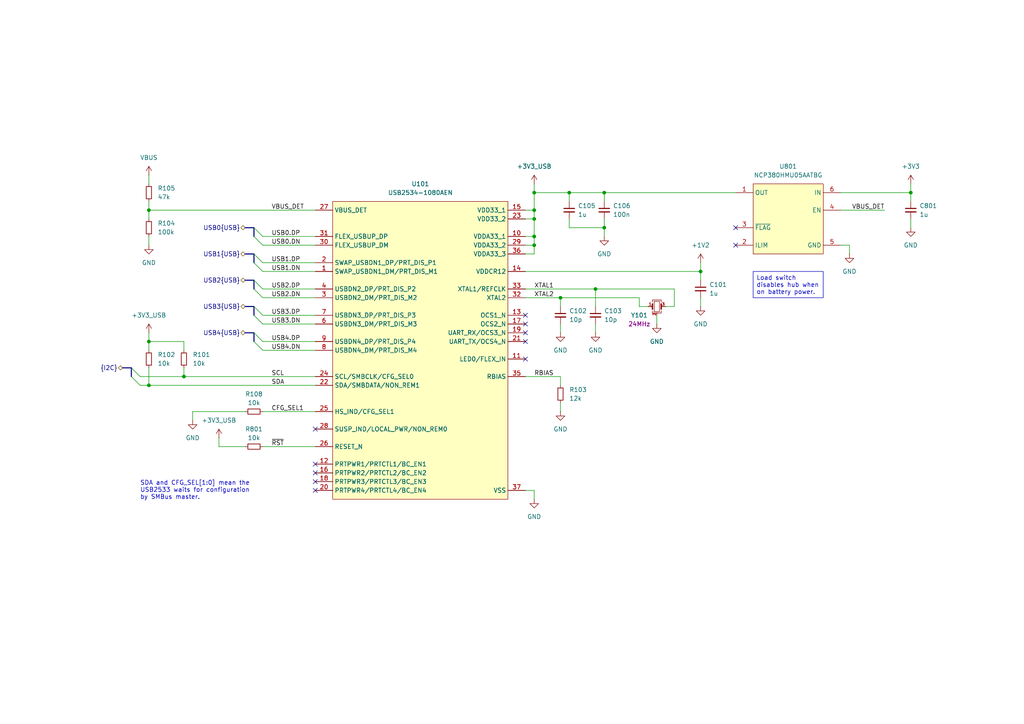
<source format=kicad_sch>
(kicad_sch (version 20250114) (generator "eeschema") (generator_version "9.0")
  (paper "A4")
  (lib_symbols
    (symbol "DEV:C_SMALL" (pin_numbers (hide yes)) (pin_names (offset 0.254) (hide yes))
      (property "Reference" "C" (at 0.254 1.778 0))
      (property "Value" "SMALL" (at 0.254 -2.032 0))
      (symbol "C_SMALL_0_1"
        (polyline (pts (xy -1.524 0.508) (xy 1.524 0.508)) (stroke (width 0.3048)))
        (polyline (pts (xy -1.524 -0.508) (xy 1.524 -0.508)) (stroke (width 0.3302)))
      )
      (symbol "C_SMALL_1_1"
        (pin passive line (at 0 2.54 270) (length 2.032) (name "~") (number "1"))
        (pin passive line (at 0 -2.54 90) (length 2.032) (name "~") (number "2"))
      )
    )
    (symbol "DEV:R_SMALL" (pin_numbers (hide yes)) (pin_names (offset 0.254) (hide yes))
      (property "Reference" "R" (at 0 0 90))
      (property "Value" "R_SMALL" (at 1.778 0 90))
      (symbol "R_SMALL_0_1"
        (rectangle (start -0.762 1.778) (end 0.762 -1.778) (stroke (width 0.2032)))
      )
      (symbol "R_SMALL_1_1"
        (pin passive line (at 0 2.54 270) (length 0.762) (name "~") (number "1"))
        (pin passive line (at 0 -2.54 90) (length 0.762) (name "~") (number "2"))
      )
    )
    (symbol "Device:Crystal_GND24_Small" (pin_names (offset 1.016) (hide yes))
      (property "Reference" "Y" (at 1.27 4.445 0))
      (property "Value" "Crystal_GND24_Small" (at 1.27 2.54 0))
      (symbol "Crystal_GND24_Small_0_1"
        (polyline (pts (xy -1.27 1.27) (xy -1.27 1.905) (xy 1.27 1.905) (xy 1.27 1.27)))
        (polyline (pts (xy -1.27 -0.762) (xy -1.27 0.762)) (stroke (width 0.381)))
        (polyline (pts (xy -1.27 -1.27) (xy -1.27 -1.905) (xy 1.27 -1.905) (xy 1.27 -1.27)))
        (rectangle (start -0.762 -1.524) (end 0.762 1.524))
        (polyline (pts (xy 1.27 -0.762) (xy 1.27 0.762)) (stroke (width 0.381)))
      )
      (symbol "Crystal_GND24_Small_1_1"
        (pin passive line (at -2.54 0 0) (length 1.27) (name "1") (number "1"))
        (pin passive line (at 0 -2.54 90) (length 0.635) (name "G") (number "2"))
        (pin passive line (at 0 -2.54 90) (length 0.635) (hide yes) (name "G") (number "4"))
        (pin passive line (at 2.54 0 180) (length 1.27) (name "3") (number "3"))
      )
    )
    (symbol "PWR-SWCH:NCP380HMU05AATBG"
      (property "Reference" "U" (at 0 5.08 0))
      (property "Value" "NCP380HMU05AATBG" (at 0 2.54 0))
      (symbol "NCP380HMU05AATBG_1_1"
        (rectangle (start -10.16 0) (end 10.16 -20.32) (fill (type background)))
        (pin power_in line (at -15.24 -2.54 0) (length 5.08) (name "IN") (number "6"))
        (pin passive line (at -15.24 -7.62 0) (length 5.08) (name "EN") (number "4"))
        (pin passive line (at -15.24 -17.78 0) (length 5.08) (name "GND") (number "5"))
        (pin passive line (at -15.24 -17.78 0) (length 5.08) (hide yes) (name "GND") (number "7"))
        (pin power_out line (at 15.24 -2.54 180) (length 5.08) (name "OUT") (number "1"))
        (pin passive line (at 15.24 -12.7 180) (length 5.08) (name "~{FLAG}") (number "3"))
        (pin passive line (at 15.24 -17.78 180) (length 5.08) (name "ILIM") (number "2"))
      )
    )
    (symbol "PWR-SYM:+3V3_USB" (power) (pin_numbers (hide yes)) (pin_names (offset 0) (hide yes))
      (property "Value" "+3V3_USB" (at 0 3.556 0))
      (symbol "+3V3_USB_0_1"
        (polyline (pts (xy -0.762 1.27) (xy 0 2.54)))
        (polyline (pts (xy 0 2.54) (xy 0.762 1.27)))
        (polyline (pts (xy 0 0) (xy 0 2.54)))
      )
      (symbol "+3V3_USB_1_1"
        (pin power_in line (at 0 0 90) (length 0) (name "~") (number "1"))
      )
    )
    (symbol "USB-INTF:USB2534-1080AEN"
      (property "Reference" "U" (at 0 5.08 0))
      (property "Value" "USB2534-1080AEN" (at 0 2.54 0))
      (symbol "USB2534-1080AEN_1_1"
        (rectangle (start -25.4 0) (end 25.4 -86.36) (fill (type background)))
        (pin input line (at -30.48 -2.54 0) (length 5.08) (name "VBUS_DET") (number "27"))
        (pin bidirectional line (at -30.48 -10.16 0) (length 5.08) (name "FLEX_USBUP_DP") (number "31"))
        (pin bidirectional line (at -30.48 -12.7 0) (length 5.08) (name "FLEX_USBUP_DM") (number "30"))
        (pin bidirectional line (at -30.48 -17.78 0) (length 5.08) (name "SWAP_USBDN1_DP/PRT_DIS_P1") (number "2"))
        (pin bidirectional line (at -30.48 -20.32 0) (length 5.08) (name "SWAP_USBDN1_DM/PRT_DIS_M1") (number "1"))
        (pin bidirectional line (at -30.48 -25.4 0) (length 5.08) (name "USBDN2_DP/PRT_DIS_P2") (number "4"))
        (pin bidirectional line (at -30.48 -27.94 0) (length 5.08) (name "USBDN2_DM/PRT_DIS_M2") (number "3"))
        (pin bidirectional line (at -30.48 -33.02 0) (length 5.08) (name "USBDN3_DP/PRT_DIS_P3") (number "7"))
        (pin bidirectional line (at -30.48 -35.56 0) (length 5.08) (name "USBDN3_DM/PRT_DIS_M3") (number "6"))
        (pin bidirectional line (at -30.48 -40.64 0) (length 5.08) (name "USBDN4_DP/PRT_DIS_P4") (number "9"))
        (pin bidirectional line (at -30.48 -43.18 0) (length 5.08) (name "USBDN4_DM/PRT_DIS_M4") (number "8"))
        (pin bidirectional line (at -30.48 -50.8 0) (length 5.08) (name "SCL/SMBCLK/CFG_SEL0") (number "24"))
        (pin bidirectional line (at -30.48 -53.34 0) (length 5.08) (name "SDA/SMBDATA/NON_REM1") (number "22"))
        (pin input line (at -30.48 -60.96 0) (length 5.08) (name "HS_IND/CFG_SEL1") (number "25"))
        (pin passive line (at -30.48 -66.04 0) (length 5.08) (name "SUSP_IND/LOCAL_PWR/NON_REM0") (number "28"))
        (pin input line (at -30.48 -71.12 0) (length 5.08) (name "RESET_N") (number "26"))
        (pin output line (at -30.48 -76.2 0) (length 5.08) (name "PRTPWR1/PRTCTL1/BC_EN1") (number "12"))
        (pin output line (at -30.48 -78.74 0) (length 5.08) (name "PRTPWR2/PRTCTL2/BC_EN2") (number "16"))
        (pin output line (at -30.48 -81.28 0) (length 5.08) (name "PRTPWR3/PRTCTL3/BC_EN3") (number "18"))
        (pin output line (at -30.48 -83.82 0) (length 5.08) (name "PRTPWR4/PRTCTL4/BC_EN4") (number "20"))
        (pin power_in line (at 30.48 -2.54 180) (length 5.08) (name "VDD33_1") (number "15"))
        (pin power_in line (at 30.48 -5.08 180) (length 5.08) (name "VDD33_2") (number "23"))
        (pin power_in line (at 30.48 -10.16 180) (length 5.08) (name "VDDA33_1") (number "10"))
        (pin power_in line (at 30.48 -12.7 180) (length 5.08) (name "VDDA33_2") (number "29"))
        (pin power_in line (at 30.48 -15.24 180) (length 5.08) (name "VDDA33_3") (number "36"))
        (pin power_in line (at 30.48 -20.32 180) (length 5.08) (name "VDDCR12") (number "14"))
        (pin passive line (at 30.48 -25.4 180) (length 5.08) (name "XTAL1/REFCLK") (number "33"))
        (pin passive line (at 30.48 -27.94 180) (length 5.08) (name "XTAL2") (number "32"))
        (pin input line (at 30.48 -33.02 180) (length 5.08) (name "OCS1_N") (number "13"))
        (pin input line (at 30.48 -35.56 180) (length 5.08) (name "OCS2_N") (number "17"))
        (pin bidirectional line (at 30.48 -38.1 180) (length 5.08) (name "UART_RX/OCS3_N") (number "19"))
        (pin bidirectional line (at 30.48 -40.64 180) (length 5.08) (name "UART_TX/OCS4_N") (number "21"))
        (pin input line (at 30.48 -45.72 180) (length 5.08) (name "LED0/FLEX_IN") (number "11"))
        (pin passive line (at 30.48 -50.8 180) (length 5.08) (name "RBIAS") (number "35"))
        (pin no_connect line (at 30.48 -55.88 180) (length 5.08) (hide yes) (name "NC_1") (number "5"))
        (pin no_connect line (at 30.48 -58.42 180) (length 5.08) (hide yes) (name "NC_2") (number "34"))
        (pin passive line (at 30.48 -83.82 180) (length 5.08) (name "VSS") (number "37"))
      )
    )
    (symbol "power:+1V2" (power) (pin_numbers (hide yes)) (pin_names (offset 0) (hide yes))
      (property "Value" "+1V2" (at 0 3.556 0))
      (symbol "+1V2_0_1"
        (polyline (pts (xy -0.762 1.27) (xy 0 2.54)))
        (polyline (pts (xy 0 2.54) (xy 0.762 1.27)))
        (polyline (pts (xy 0 0) (xy 0 2.54)))
      )
      (symbol "+1V2_1_1"
        (pin power_in line (at 0 0 90) (length 0) (name "~") (number "1"))
      )
    )
    (symbol "power:+3V3" (power) (pin_numbers (hide yes)) (pin_names (offset 0) (hide yes))
      (property "Value" "+3V3" (at 0 3.556 0))
      (symbol "+3V3_0_1"
        (polyline (pts (xy -0.762 1.27) (xy 0 2.54)))
        (polyline (pts (xy 0 2.54) (xy 0.762 1.27)))
        (polyline (pts (xy 0 0) (xy 0 2.54)))
      )
      (symbol "+3V3_1_1"
        (pin power_in line (at 0 0 90) (length 0) (name "~") (number "1"))
      )
    )
    (symbol "power:GND" (power) (pin_numbers (hide yes)) (pin_names (offset 0) (hide yes))
      (property "Value" "GND" (at 0 -3.81 0))
      (symbol "GND_0_1"
        (polyline (pts (xy 0 0) (xy 0 -1.27) (xy 1.27 -1.27) (xy 0 -2.54) (xy -1.27 -1.27) (xy 0 -1.27)))
      )
      (symbol "GND_1_1"
        (pin power_in line (at 0 0 270) (length 0) (name "~") (number "1"))
      )
    )
    (symbol "power:VBUS" (power) (pin_numbers (hide yes)) (pin_names (offset 0) (hide yes))
      (property "Value" "VBUS" (at 0 3.556 0))
      (symbol "VBUS_0_1"
        (polyline (pts (xy -0.762 1.27) (xy 0 2.54)))
        (polyline (pts (xy 0 2.54) (xy 0.762 1.27)))
        (polyline (pts (xy 0 0) (xy 0 2.54)))
      )
      (symbol "VBUS_1_1"
        (pin power_in line (at 0 0 90) (length 0) (name "~") (number "1"))
      )
    )
  )
  (text "SDA and CFG_SEL[1:0] mean the\nUSB2533 waits for configuration\nby SMBus master." (at 40.64 142.24 0) (effects (font (size 1.27 1.27)) (justify left)))
  (text_box "Load switch disables hub when on battery power." (at 218.44 78.74 0) (size 20.32 7.62) (margins 0.9525 0.9525 0.9525 0.9525) (effects (font (size 1.27 1.27)) (justify left)))
  (junction (at 154.94 63.5))
  (junction (at 175.26 66.04))
  (junction (at 172.72 83.82))
  (junction (at 154.94 60.96))
  (junction (at 264.16 55.88))
  (junction (at 43.18 111.76))
  (junction (at 43.18 99.06))
  (junction (at 154.94 71.12))
  (junction (at 162.56 86.36))
  (junction (at 154.94 55.88))
  (junction (at 165.1 55.88))
  (junction (at 53.34 109.22))
  (junction (at 154.94 68.58))
  (junction (at 203.2 78.74))
  (junction (at 43.18 60.96))
  (junction (at 175.26 55.88))
  (no_connect (at 213.36 71.12))
  (no_connect (at 152.4 91.44))
  (no_connect (at 91.44 124.46))
  (no_connect (at 152.4 96.52))
  (no_connect (at 213.36 66.04))
  (no_connect (at 152.4 99.06))
  (no_connect (at 152.4 93.98))
  (no_connect (at 91.44 139.7))
  (no_connect (at 152.4 104.14))
  (no_connect (at 91.44 142.24))
  (no_connect (at 91.44 137.16))
  (no_connect (at 91.44 134.62))
  (bus_entry (at 73.66 96.52) (size 2.54 2.54))
  (bus_entry (at 73.66 91.44) (size 2.54 2.54))
  (bus_entry (at 38.1 106.68) (size 2.54 2.54))
  (bus_entry (at 73.66 83.82) (size 2.54 2.54))
  (bus_entry (at 73.66 88.9) (size 2.54 2.54))
  (bus_entry (at 73.66 76.2) (size 2.54 2.54))
  (bus_entry (at 73.66 66.04) (size 2.54 2.54))
  (bus_entry (at 73.66 99.06) (size 2.54 2.54))
  (bus_entry (at 73.66 73.66) (size 2.54 2.54))
  (bus_entry (at 73.66 81.28) (size 2.54 2.54))
  (bus_entry (at 38.1 109.22) (size 2.54 2.54))
  (bus_entry (at 73.66 68.58) (size 2.54 2.54))
  (wire (pts (xy 152.4 68.58) (xy 154.94 68.58)))
  (wire (pts (xy 76.2 93.98) (xy 91.44 93.98)))
  (wire (pts (xy 165.1 55.88) (xy 175.26 55.88)))
  (wire (pts (xy 76.2 71.12) (xy 91.44 71.12)))
  (wire (pts (xy 175.26 68.58) (xy 175.26 66.04)))
  (wire (pts (xy 154.94 53.34) (xy 154.94 55.88)))
  (wire (pts (xy 195.58 88.9) (xy 193.04 88.9)))
  (wire (pts (xy 43.18 96.52) (xy 43.18 99.06)))
  (bus (pts (xy 73.66 96.52) (xy 73.66 99.06)))
  (wire (pts (xy 165.1 66.04) (xy 175.26 66.04)))
  (wire (pts (xy 162.56 111.76) (xy 162.56 109.22)))
  (wire (pts (xy 76.2 86.36) (xy 91.44 86.36)))
  (wire (pts (xy 40.64 111.76) (xy 43.18 111.76)))
  (wire (pts (xy 43.18 71.12) (xy 43.18 68.58)))
  (wire (pts (xy 152.4 142.24) (xy 154.94 142.24)))
  (wire (pts (xy 76.2 91.44) (xy 91.44 91.44)))
  (wire (pts (xy 172.72 93.98) (xy 172.72 96.52)))
  (wire (pts (xy 162.56 93.98) (xy 162.56 96.52)))
  (wire (pts (xy 162.56 86.36) (xy 185.42 86.36)))
  (bus (pts (xy 38.1 106.68) (xy 38.1 109.22)))
  (wire (pts (xy 76.2 119.38) (xy 91.44 119.38)))
  (wire (pts (xy 76.2 76.2) (xy 91.44 76.2)))
  (wire (pts (xy 172.72 83.82) (xy 172.72 88.9)))
  (wire (pts (xy 53.34 109.22) (xy 91.44 109.22)))
  (wire (pts (xy 76.2 129.54) (xy 91.44 129.54)))
  (bus (pts (xy 35.56 106.68) (xy 38.1 106.68)))
  (wire (pts (xy 63.5 129.54) (xy 71.12 129.54)))
  (wire (pts (xy 203.2 78.74) (xy 203.2 76.2)))
  (wire (pts (xy 76.2 68.58) (xy 91.44 68.58)))
  (wire (pts (xy 76.2 101.6) (xy 91.44 101.6)))
  (wire (pts (xy 264.16 55.88) (xy 243.84 55.88)))
  (wire (pts (xy 152.4 78.74) (xy 203.2 78.74)))
  (bus (pts (xy 71.12 81.28) (xy 73.66 81.28)))
  (wire (pts (xy 154.94 71.12) (xy 154.94 73.66)))
  (wire (pts (xy 203.2 86.36) (xy 203.2 88.9)))
  (wire (pts (xy 55.88 119.38) (xy 71.12 119.38)))
  (wire (pts (xy 53.34 109.22) (xy 53.34 106.68)))
  (wire (pts (xy 175.26 63.5) (xy 175.26 66.04)))
  (wire (pts (xy 195.58 83.82) (xy 195.58 88.9)))
  (wire (pts (xy 175.26 55.88) (xy 213.36 55.88)))
  (wire (pts (xy 264.16 66.04) (xy 264.16 63.5)))
  (wire (pts (xy 154.94 60.96) (xy 154.94 63.5)))
  (wire (pts (xy 172.72 83.82) (xy 195.58 83.82)))
  (wire (pts (xy 175.26 55.88) (xy 175.26 58.42)))
  (bus (pts (xy 73.66 73.66) (xy 73.66 76.2)))
  (wire (pts (xy 55.88 119.38) (xy 55.88 121.92)))
  (wire (pts (xy 154.94 142.24) (xy 154.94 144.78)))
  (bus (pts (xy 73.66 88.9) (xy 73.66 91.44)))
  (bus (pts (xy 73.66 81.28) (xy 73.66 83.82)))
  (wire (pts (xy 152.4 86.36) (xy 162.56 86.36)))
  (bus (pts (xy 71.12 73.66) (xy 73.66 73.66)))
  (bus (pts (xy 71.12 88.9) (xy 73.66 88.9)))
  (bus (pts (xy 71.12 96.52) (xy 73.66 96.52)))
  (wire (pts (xy 152.4 60.96) (xy 154.94 60.96)))
  (wire (pts (xy 203.2 78.74) (xy 203.2 81.28)))
  (wire (pts (xy 152.4 63.5) (xy 154.94 63.5)))
  (bus (pts (xy 73.66 66.04) (xy 73.66 68.58)))
  (wire (pts (xy 185.42 88.9) (xy 187.96 88.9)))
  (wire (pts (xy 53.34 99.06) (xy 53.34 101.6)))
  (wire (pts (xy 264.16 55.88) (xy 264.16 58.42)))
  (wire (pts (xy 185.42 86.36) (xy 185.42 88.9)))
  (wire (pts (xy 246.38 71.12) (xy 243.84 71.12)))
  (wire (pts (xy 43.18 50.8) (xy 43.18 53.34)))
  (wire (pts (xy 43.18 60.96) (xy 91.44 60.96)))
  (wire (pts (xy 165.1 55.88) (xy 165.1 58.42)))
  (wire (pts (xy 162.56 109.22) (xy 152.4 109.22)))
  (wire (pts (xy 43.18 111.76) (xy 43.18 106.68)))
  (wire (pts (xy 76.2 99.06) (xy 91.44 99.06)))
  (wire (pts (xy 40.64 109.22) (xy 53.34 109.22)))
  (wire (pts (xy 243.84 60.96) (xy 256.54 60.96)))
  (wire (pts (xy 154.94 55.88) (xy 154.94 60.96)))
  (wire (pts (xy 154.94 55.88) (xy 165.1 55.88)))
  (wire (pts (xy 154.94 68.58) (xy 154.94 71.12)))
  (wire (pts (xy 43.18 58.42) (xy 43.18 60.96)))
  (wire (pts (xy 165.1 63.5) (xy 165.1 66.04)))
  (wire (pts (xy 162.56 86.36) (xy 162.56 88.9)))
  (wire (pts (xy 246.38 73.66) (xy 246.38 71.12)))
  (wire (pts (xy 190.5 91.44) (xy 190.5 93.98)))
  (wire (pts (xy 154.94 73.66) (xy 152.4 73.66)))
  (wire (pts (xy 264.16 53.34) (xy 264.16 55.88)))
  (wire (pts (xy 63.5 127) (xy 63.5 129.54)))
  (wire (pts (xy 43.18 99.06) (xy 43.18 101.6)))
  (wire (pts (xy 152.4 71.12) (xy 154.94 71.12)))
  (bus (pts (xy 71.12 66.04) (xy 73.66 66.04)))
  (wire (pts (xy 76.2 83.82) (xy 91.44 83.82)))
  (wire (pts (xy 162.56 116.84) (xy 162.56 119.38)))
  (wire (pts (xy 76.2 78.74) (xy 91.44 78.74)))
  (wire (pts (xy 43.18 60.96) (xy 43.18 63.5)))
  (wire (pts (xy 154.94 63.5) (xy 154.94 68.58)))
  (wire (pts (xy 43.18 99.06) (xy 53.34 99.06)))
  (wire (pts (xy 43.18 111.76) (xy 91.44 111.76)))
  (wire (pts (xy 152.4 83.82) (xy 172.72 83.82)))
  (label "USB2.DN" (at 78.74 86.36 0))
  (label "USB1.DN" (at 78.74 78.74 0))
  (label "XTAL2" (at 154.94 86.36 0))
  (label "USB1.DP" (at 78.74 76.2 0))
  (label "VBUS_DET" (at 78.74 60.96 0))
  (label "VBUS_DET" (at 256.54 60.96 180))
  (label "SDA" (at 78.74 111.76 0))
  (label "RBIAS" (at 154.94 109.22 0))
  (label "SCL" (at 78.74 109.22 0))
  (label "USB4.DP" (at 78.74 99.06 0))
  (label "USB4.DN" (at 78.74 101.6 0))
  (label "USB0.DN" (at 78.74 71.12 0))
  (label "USB0.DP" (at 78.74 68.58 0))
  (label "USB3.DN" (at 78.74 93.98 0))
  (label "~{RST}" (at 78.74 129.54 0))
  (label "CFG_SEL1" (at 78.74 119.38 0))
  (label "USB3.DP" (at 78.74 91.44 0))
  (label "USB2.DP" (at 78.74 83.82 0))
  (label "XTAL1" (at 154.94 83.82 0))
  (hierarchical_label "{I2C}" (shape bidirectional) (at 35.56 106.68 180))
  (hierarchical_label "USB4{USB}" (shape bidirectional) (at 71.12 96.52 180))
  (hierarchical_label "USB3{USB}" (shape bidirectional) (at 71.12 88.9 180))
  (hierarchical_label "USB1{USB}" (shape bidirectional) (at 71.12 73.66 180))
  (hierarchical_label "USB2{USB}" (shape bidirectional) (at 71.12 81.28 180))
  (hierarchical_label "USB0{USB}" (shape bidirectional) (at 71.12 66.04 180))
  (symbol (lib_id "power:GND") (at 264.16 66.04 0) (unit 1)
    (property "Reference" "#PWR0804" (effects (hide yes)))
    (property "Value" "GND" (at 264.16 71.12 0))
    (property "Description" "Power symbol creates a global label with name \"GND\" , ground" (effects (hide yes)))
  )
  (symbol (lib_id "DEV:R_SMALL") (at 43.18 104.14 0) (unit 1)
    (property "Reference" "R102" (at 45.72 102.8699 0) (effects (justify left)))
    (property "Value" "10k" (at 45.72 105.4099 0) (effects (justify left)))
    (property "Footprint" "project_footprints:R_0402" (effects (hide yes)))
    (property "Description" "Resistor, small symbol" (effects (hide yes)))
  )
  (symbol (lib_id "DEV:R_SMALL") (at 53.34 104.14 0) (unit 1)
    (property "Reference" "R101" (at 55.88 102.8699 0) (effects (justify left)))
    (property "Value" "10k" (at 55.88 105.4099 0) (effects (justify left)))
    (property "Footprint" "project_footprints:R_0402" (effects (hide yes)))
    (property "Description" "Resistor, small symbol" (effects (hide yes)))
  )
  (symbol (lib_id "power:VBUS") (at 43.18 50.8 0) (unit 1)
    (property "Reference" "#PWR0117" (effects (hide yes)))
    (property "Value" "VBUS" (at 43.18 45.72 0))
    (property "Description" "Power symbol creates a global label with name \"VBUS\"" (effects (hide yes)))
  )
  (symbol (lib_id "power:GND") (at 246.38 73.66 0) (unit 1)
    (property "Reference" "#PWR0805" (effects (hide yes)))
    (property "Value" "GND" (at 246.38 78.74 0))
  )
  (symbol (lib_id "power:GND") (at 172.72 96.52 0) (unit 1)
    (property "Reference" "#PWR0135" (effects (hide yes)))
    (property "Value" "GND" (at 172.72 101.6 0))
    (property "Description" "Power symbol creates a global label with name \"GND\" , ground" (effects (hide yes)))
  )
  (symbol (lib_id "DEV:R_SMALL") (at 43.18 55.88 180) (unit 1)
    (property "Reference" "R105" (at 45.72 54.6099 0) (effects (justify right)))
    (property "Value" "47k" (at 45.72 57.1499 0) (effects (justify right)))
    (property "Footprint" "project_footprints:R_0402" (effects (hide yes)))
    (property "Description" "Resistor, small symbol" (effects (hide yes)))
  )
  (symbol (lib_id "power:GND") (at 154.94 144.78 0) (unit 1)
    (property "Reference" "#PWR0802" (effects (hide yes)))
    (property "Value" "GND" (at 154.94 149.86 0))
    (property "Description" "Power symbol creates a global label with name \"GND\" , ground" (effects (hide yes)))
  )
  (symbol (lib_id "power:GND") (at 162.56 119.38 0) (unit 1)
    (property "Reference" "#PWR0118" (effects (hide yes)))
    (property "Value" "GND" (at 162.56 124.46 0))
    (property "Description" "Power symbol creates a global label with name \"GND\" , ground" (effects (hide yes)))
  )
  (symbol (lib_id "DEV:C_SMALL") (at 203.2 83.82 0) (unit 1)
    (property "Reference" "C101" (at 205.74 82.5562 0) (effects (justify left)))
    (property "Value" "1u" (at 205.74 85.0962 0) (effects (justify left)))
    (property "Footprint" "project_footprints:C_0402" (effects (hide yes)))
    (property "Description" "Unpolarized capacitor, small symbol" (effects (hide yes)))
  )
  (symbol (lib_id "DEV:C_SMALL") (at 165.1 60.96 0) (unit 1)
    (property "Reference" "C105" (at 167.64 59.6962 0) (effects (justify left)))
    (property "Value" "1u" (at 167.64 62.2362 0) (effects (justify left)))
    (property "Footprint" "project_footprints:C_0402" (effects (hide yes)))
    (property "Description" "Unpolarized capacitor, small symbol" (effects (hide yes)))
  )
  (symbol (lib_id "DEV:C_SMALL") (at 162.56 91.44 0) (unit 1)
    (property "Reference" "C102" (at 165.1 90.1762 0) (effects (justify left)))
    (property "Value" "10p" (at 165.1 92.7162 0) (effects (justify left)))
    (property "Footprint" "project_footprints:C_0402" (effects (hide yes)))
    (property "Description" "Unpolarized capacitor, small symbol" (effects (hide yes)))
  )
  (symbol (lib_id "DEV:R_SMALL") (at 162.56 114.3 0) (unit 1)
    (property "Reference" "R103" (at 165.1 113.0299 0) (effects (justify left)))
    (property "Value" "12k" (at 165.1 115.5699 0) (effects (justify left)))
    (property "Footprint" "project_footprints:R_0402" (effects (hide yes)))
    (property "Description" "Resistor, small symbol" (effects (hide yes)))
  )
  (symbol (lib_id "DEV:C_SMALL") (at 264.16 60.96 0) (unit 1)
    (property "Reference" "C801" (at 266.7 59.6962 0) (effects (justify left)))
    (property "Value" "1u" (at 266.7 62.2362 0) (effects (justify left)))
    (property "Footprint" "project_footprints:C_0402" (effects (hide yes)))
    (property "Description" "Unpolarized capacitor, small symbol" (effects (hide yes)))
  )
  (symbol (lib_id "PWR-SYM:+3V3_USB") (at 63.5 127 0) (unit 1)
    (property "Reference" "#PWR0807" (effects (hide yes)))
    (property "Value" "+3V3_USB" (at 63.5 121.92 0))
    (property "Description" "Power symbol creates a global label with name \"+3V3_USB\"" (effects (hide yes)))
  )
  (symbol (lib_id "power:+1V2") (at 203.2 76.2 0) (unit 1)
    (property "Reference" "#PWR0128" (effects (hide yes)))
    (property "Value" "+1V2" (at 203.2 71.12 0))
    (property "Description" "Power symbol creates a global label with name \"+1V2\"" (effects (hide yes)))
  )
  (symbol (lib_id "power:GND") (at 175.26 68.58 0) (unit 1)
    (property "Reference" "#PWR0172" (effects (hide yes)))
    (property "Value" "GND" (at 175.26 73.66 0))
    (property "Description" "Power symbol creates a global label with name \"GND\" , ground" (effects (hide yes)))
  )
  (symbol (lib_id "DEV:R_SMALL") (at 43.18 66.04 180) (unit 1)
    (property "Reference" "R104" (at 45.72 64.7699 0) (effects (justify right)))
    (property "Value" "100k" (at 45.72 67.3099 0) (effects (justify right)))
    (property "Footprint" "project_footprints:R_0402" (effects (hide yes)))
    (property "Description" "Resistor, small symbol" (effects (hide yes)))
  )
  (symbol (lib_id "PWR-SYM:+3V3_USB") (at 43.18 96.52 0) (unit 1)
    (property "Reference" "#PWR0803" (effects (hide yes)))
    (property "Value" "+3V3_USB" (at 43.18 91.44 0))
    (property "Description" "Power symbol creates a global label with name \"+3V3_USB\"" (effects (hide yes)))
  )
  (symbol (lib_id "DEV:C_SMALL") (at 175.26 60.96 0) (unit 1)
    (property "Reference" "C106" (at 177.8 59.6962 0) (effects (justify left)))
    (property "Value" "100n" (at 177.8 62.2362 0) (effects (justify left)))
    (property "Footprint" "project_footprints:C_0402" (effects (hide yes)))
    (property "Description" "Unpolarized capacitor, small symbol" (effects (hide yes)))
  )
  (symbol (lib_id "power:+3V3") (at 264.16 53.34 0) (mirror y) (unit 1)
    (property "Reference" "#PWR0801" (effects (hide yes)))
    (property "Value" "+3V3" (at 264.16 48.26 0))
    (property "Description" "Power symbol creates a global label with name \"+3V3\"" (effects (hide yes)))
  )
  (symbol (lib_id "DEV:C_SMALL") (at 172.72 91.44 0) (unit 1)
    (property "Reference" "C103" (at 175.26 90.1762 0) (effects (justify left)))
    (property "Value" "10p" (at 175.26 92.7162 0) (effects (justify left)))
    (property "Footprint" "project_footprints:C_0402" (effects (hide yes)))
    (property "Description" "Unpolarized capacitor, small symbol" (effects (hide yes)))
  )
  (symbol (lib_id "power:GND") (at 203.2 88.9 0) (unit 1)
    (property "Reference" "#PWR0129" (effects (hide yes)))
    (property "Value" "GND" (at 203.2 93.98 0))
    (property "Description" "Power symbol creates a global label with name \"GND\" , ground" (effects (hide yes)))
  )
  (symbol (lib_id "power:GND") (at 162.56 96.52 0) (unit 1)
    (property "Reference" "#PWR0134" (effects (hide yes)))
    (property "Value" "GND" (at 162.56 101.6 0))
    (property "Description" "Power symbol creates a global label with name \"GND\" , ground" (effects (hide yes)))
  )
  (symbol (lib_id "Device:Crystal_GND24_Small") (at 190.5 88.9 0) (unit 1)
    (property "Reference" "Y101" (at 185.42 91.44 0))
    (property "Value" "CX2016SA24000D0HLLG3" (effects (hide yes)))
    (property "Footprint" "Crystal:Crystal_SMD_2016-4Pin_2.0x1.6mm" (effects (hide yes)))
    (property "Description" "Four pin crystal, GND on pins 2 and 4, small symbol" (effects (hide yes)))
    (property "Frequency" "24MHz" (at 185.42 93.98 0))
  )
  (symbol (lib_id "DEV:R_SMALL") (at 73.66 119.38 90) (unit 1)
    (property "Reference" "R108" (at 73.66 114.3 90))
    (property "Value" "10k" (at 73.66 116.84 90))
    (property "Footprint" "project_footprints:R_0402" (effects (hide yes)))
    (property "Description" "Resistor, small symbol" (effects (hide yes)))
  )
  (symbol (lib_id "power:GND") (at 55.88 121.92 0) (unit 1)
    (property "Reference" "#PWR0127" (effects (hide yes)))
    (property "Value" "GND" (at 55.88 127 0))
    (property "Description" "Power symbol creates a global label with name \"GND\" , ground" (effects (hide yes)))
  )
  (symbol (lib_id "USB-INTF:USB2534-1080AEN") (at 121.92 58.42 0) (unit 1)
    (property "Reference" "U101" (at 121.92 53.34 0))
    (property "Value" "USB2534-1080AEN" (at 121.92 55.88 0))
    (property "Footprint" "project_footprints:QFN50P600X600X100-37N-D" (effects (hide yes)))
    (property "Datasheet" "https://www.arrow.com/en/products/usb2534-1080aen/microchip-technology?region=nac" (effects (hide yes)))
    (property "Description" "Microchip USB2534-1080AEN, USB Controller, USB 2.0, 3.3 V, 36-Pin SQFN" (effects (hide yes)))
    (property "Height" "1" (effects (hide yes)))
  )
  (symbol (lib_id "PWR-SWCH:NCP380HMU05AATBG") (at 228.6 53.34 0) (mirror y) (unit 1)
    (property "Reference" "U801" (at 228.6 48.26 0))
    (property "Value" "NCP380HMU05AATBG" (at 228.6 50.8 0))
    (property "Footprint" "project_footprints:SON65P200X200X55-7N" (effects (hide yes)))
    (property "Datasheet" "https://www.onsemi.com/pdf/datasheet/ncp380-d.pdf" (effects (hide yes)))
    (property "Description" "Power Switch/Driver 1:1 P-Channel 500mA 6-UDFN (2x2) ,2.5V ~ 5.5 ,500mA ,-40C ~ 85C (TA)" (effects (hide yes)))
    (property "Height" "0.55" (effects (hide yes)))
  )
  (symbol (lib_id "DEV:R_SMALL") (at 73.66 129.54 90) (unit 1)
    (property "Reference" "R801" (at 73.66 124.46 90))
    (property "Value" "10k" (at 73.66 127 90))
    (property "Footprint" "project_footprints:R_0402" (effects (hide yes)))
    (property "Description" "Resistor, small symbol" (effects (hide yes)))
  )
  (symbol (lib_id "power:GND") (at 43.18 71.12 0) (unit 1)
    (property "Reference" "#PWR0125" (effects (hide yes)))
    (property "Value" "GND" (at 43.18 76.2 0))
    (property "Description" "Power symbol creates a global label with name \"GND\" , ground" (effects (hide yes)))
  )
  (symbol (lib_id "power:GND") (at 190.5 93.98 0) (unit 1)
    (property "Reference" "#PWR0124" (effects (hide yes)))
    (property "Value" "GND" (at 190.5 99.06 0))
    (property "Description" "Power symbol creates a global label with name \"GND\" , ground" (effects (hide yes)))
  )
  (symbol (lib_id "PWR-SYM:+3V3_USB") (at 154.94 53.34 0) (unit 1)
    (property "Reference" "#PWR0806" (effects (hide yes)))
    (property "Value" "+3V3_USB" (at 154.94 48.26 0))
    (property "Description" "Power symbol creates a global label with name \"+3V3_USB\"" (effects (hide yes)))
  )
)
</source>
